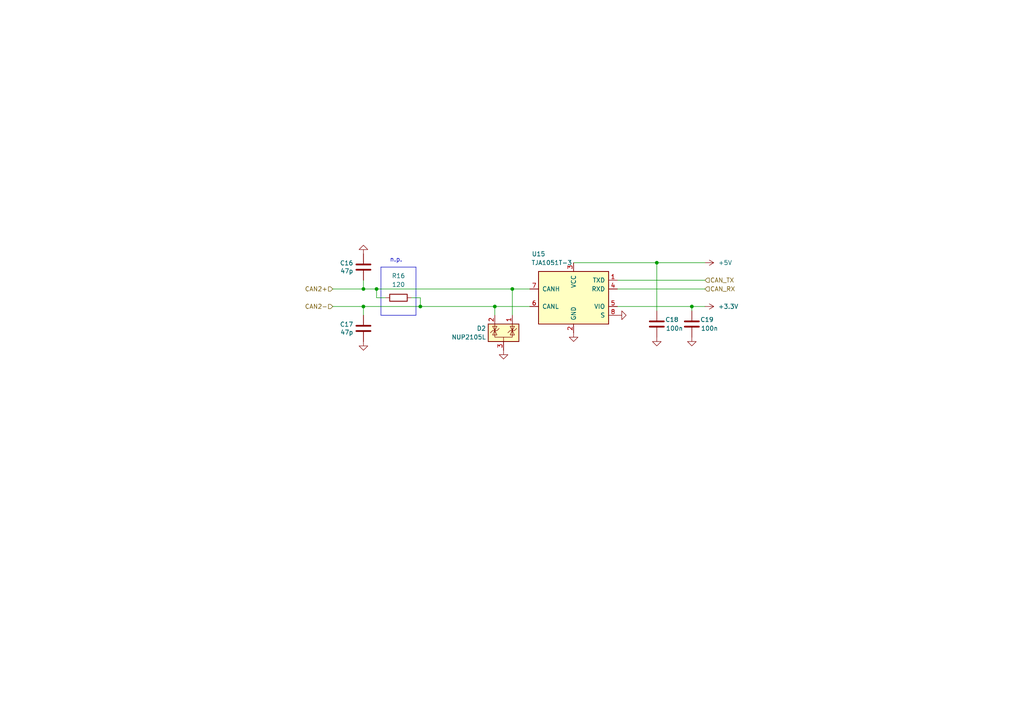
<source format=kicad_sch>
(kicad_sch (version 20230121) (generator eeschema)
  (paper "A4")
  (title_block (title "Polygonus Universal 88p") (date "2023-11-12") (rev "v1.0") (company "FutureProofPerformance.com"))
  (lib_symbols
    (symbol "Device:C" (pin_numbers hide) (pin_names (offset 0.254))
      (property "Reference" "C" (at 0.635 2.54 0))
      (property "Value" "C" (at 0.635 -2.54 0))
      (symbol "C_0_1"
        (polyline (pts (xy -2.032 -0.762) (xy 2.032 -0.762)) (stroke (width 0.508)))
        (polyline (pts (xy -2.032 0.762) (xy 2.032 0.762)) (stroke (width 0.508)))
      )
      (symbol "C_1_1"
        (pin passive line (at 0 3.81 270) (length 2.794) (name "~") (number "1"))
        (pin passive line (at 0 -3.81 90) (length 2.794) (name "~") (number "2"))
      )
    )
    (symbol "Device:R" (pin_numbers hide) (pin_names (offset 0))
      (property "Reference" "R" (at 2.032 0 90))
      (property "Value" "R" (at 0 0 90))
      (symbol "R_0_1"
        (rectangle (start -1.016 -2.54) (end 1.016 2.54) (stroke (width 0.254)))
      )
      (symbol "R_1_1"
        (pin passive line (at 0 3.81 270) (length 1.27) (name "~") (number "1"))
        (pin passive line (at 0 -3.81 90) (length 1.27) (name "~") (number "2"))
      )
    )
    (symbol "GND_1" (power) (pin_names (offset 0))
      (property "Value" "GND_1" (at 0 -3.81 0))
      (symbol "GND_1_0_1"
        (polyline (pts (xy 0 0) (xy 0 -1.27) (xy 1.27 -1.27) (xy 0 -2.54) (xy -1.27 -1.27) (xy 0 -1.27)))
      )
      (symbol "GND_1_1_1"
        (pin power_in line (at 0 0 270) (length 0) hide (name "GND") (number "1"))
      )
    )
    (symbol "Interface_CAN_LIN:TJA1051T-3" (pin_names (offset 1.016))
      (property "Reference" "U" (at -10.16 8.89 0))
      (property "Value" "TJA1051T-3" (at 1.27 8.89 0))
      (symbol "TJA1051T-3_0_1"
        (rectangle (start -10.16 7.62) (end 10.16 -7.62) (stroke (width 0.254)) (fill (type background)))
      )
      (symbol "TJA1051T-3_1_1"
        (pin input line (at -12.7 5.08 0) (length 2.54) (name "TXD") (number "1"))
        (pin power_in line (at 0 -10.16 90) (length 2.54) (name "GND") (number "2"))
        (pin power_in line (at 0 10.16 270) (length 2.54) (name "VCC") (number "3"))
        (pin output line (at -12.7 2.54 0) (length 2.54) (name "RXD") (number "4"))
        (pin power_in line (at -12.7 -2.54 0) (length 2.54) (name "VIO") (number "5"))
        (pin bidirectional line (at 12.7 -2.54 180) (length 2.54) (name "CANL") (number "6"))
        (pin bidirectional line (at 12.7 2.54 180) (length 2.54) (name "CANH") (number "7"))
        (pin input line (at -12.7 -5.08 0) (length 2.54) (name "S") (number "8"))
      )
    )
    (symbol "Power_Protection:NUP2105L" (pin_names hide)
      (property "Reference" "D" (at 5.715 2.54 0))
      (property "Value" "NUP2105L" (at 5.715 0.635 0))
      (symbol "NUP2105L_0_0"
        (pin passive line (at 0 -5.08 90) (length 2.54) (name "A") (number "3"))
      )
      (symbol "NUP2105L_0_1"
        (rectangle (start -4.445 2.54) (end 4.445 -2.54) (stroke (width 0.254)) (fill (type background)))
        (polyline (pts (xy -2.54 2.54) (xy -2.54 0.635)))
        (polyline (pts (xy 0 -1.27) (xy 0 -2.54)))
        (polyline (pts (xy 2.54 2.54) (xy 2.54 0.635)))
        (polyline (pts (xy -3.81 1.27) (xy -3.175 0.635) (xy -1.905 0.635) (xy -1.27 0)))
        (polyline (pts (xy -2.54 0.635) (xy -2.54 -1.27) (xy 2.54 -1.27) (xy 2.54 0.635)))
        (polyline (pts (xy -2.54 0.635) (xy -1.905 -0.635) (xy -3.175 -0.635) (xy -2.54 0.635)))
        (polyline (pts (xy 2.54 0.635) (xy 1.905 -0.635) (xy 3.175 -0.635) (xy 2.54 0.635)))
        (polyline (pts (xy 2.54 0.635) (xy 3.175 1.905) (xy 1.905 1.905) (xy 2.54 0.635)))
        (polyline (pts (xy -2.54 0.635) (xy -3.175 1.905) (xy -1.905 1.905) (xy -2.54 0.635) (xy -2.54 1.27)))
        (polyline (pts (xy 1.27 1.27) (xy 1.905 0.635) (xy 2.54 0.635) (xy 3.175 0.635) (xy 3.81 0)))
      )
      (symbol "NUP2105L_1_1"
        (pin passive line (at -2.54 5.08 270) (length 2.54) (name "K") (number "1"))
        (pin passive line (at 2.54 5.08 270) (length 2.54) (name "K") (number "2"))
      )
    )
    (symbol "power:+3.3V" (power) (pin_names (offset 0))
      (property "Value" "+3.3V" (at 0 3.556 0))
      (symbol "+3.3V_0_1"
        (polyline (pts (xy -0.762 1.27) (xy 0 2.54)))
        (polyline (pts (xy 0 0) (xy 0 2.54)))
        (polyline (pts (xy 0 2.54) (xy 0.762 1.27)))
      )
      (symbol "+3.3V_1_1"
        (pin power_in line (at 0 0 90) (length 0) hide (name "+3.3V") (number "1"))
      )
    )
    (symbol "power:+5V" (power) (pin_names (offset 0))
      (property "Value" "+5V" (at 0 3.556 0))
      (symbol "+5V_0_1"
        (polyline (pts (xy -0.762 1.27) (xy 0 2.54)))
        (polyline (pts (xy 0 0) (xy 0 2.54)))
        (polyline (pts (xy 0 2.54) (xy 0.762 1.27)))
      )
      (symbol "+5V_1_1"
        (pin power_in line (at 0 0 90) (length 0) hide (name "+5V") (number "1"))
      )
    )
  )
  (junction (at 148.59 83.82))
  (junction (at 200.66 88.9))
  (junction (at 143.51 88.9))
  (junction (at 105.41 88.9))
  (junction (at 190.5 76.2))
  (junction (at 105.41 83.82))
  (junction (at 121.92 88.9))
  (junction (at 109.22 83.82))
  (wire (pts (xy 190.5 76.2) (xy 190.5 90.17)))
  (wire (pts (xy 143.51 88.9) (xy 143.51 91.44)))
  (wire (pts (xy 200.66 88.9) (xy 200.66 90.17)))
  (wire (pts (xy 179.07 83.82) (xy 204.47 83.82)))
  (wire (pts (xy 204.47 81.28) (xy 179.07 81.28)))
  (wire (pts (xy 96.52 83.82) (xy 105.41 83.82)))
  (wire (pts (xy 109.22 83.82) (xy 109.22 86.36)))
  (polyline (pts (xy 110.49 91.44) (xy 120.65 91.44)))
  (wire (pts (xy 121.92 88.9) (xy 143.51 88.9)))
  (wire (pts (xy 121.92 86.36) (xy 121.92 88.9)))
  (wire (pts (xy 148.59 83.82) (xy 153.67 83.82)))
  (wire (pts (xy 105.41 88.9) (xy 105.41 91.44)))
  (wire (pts (xy 190.5 76.2) (xy 166.37 76.2)))
  (wire (pts (xy 105.41 83.82) (xy 109.22 83.82)))
  (wire (pts (xy 96.52 88.9) (xy 105.41 88.9)))
  (wire (pts (xy 179.07 88.9) (xy 200.66 88.9)))
  (wire (pts (xy 200.66 88.9) (xy 204.47 88.9)))
  (polyline (pts (xy 110.49 77.47) (xy 120.65 77.47)))
  (wire (pts (xy 204.47 76.2) (xy 190.5 76.2)))
  (wire (pts (xy 109.22 83.82) (xy 148.59 83.82)))
  (wire (pts (xy 119.38 86.36) (xy 121.92 86.36)))
  (polyline (pts (xy 120.65 91.44) (xy 120.65 77.47)))
  (polyline (pts (xy 110.49 77.47) (xy 110.49 91.44)))
  (wire (pts (xy 148.59 83.82) (xy 148.59 91.44)))
  (wire (pts (xy 105.41 81.28) (xy 105.41 83.82)))
  (wire (pts (xy 111.76 86.36) (xy 109.22 86.36)))
  (wire (pts (xy 143.51 88.9) (xy 153.67 88.9)))
  (wire (pts (xy 105.41 88.9) (xy 121.92 88.9)))
  (text "n.p." (at 113.03 76.2 0) (effects (font (size 1.27 1.27)) (justify left bottom)))
  (hierarchical_label "CAN_RX" (shape input) (at 204.47 83.82 0))
  (hierarchical_label "CAN2-" (shape input) (at 96.52 88.9 180))
  (hierarchical_label "CAN2+" (shape input) (at 96.52 83.82 180))
  (hierarchical_label "CAN_TX" (shape input) (at 204.47 81.28 0))
  (symbol (lib_name "GND_1") (lib_id "power:GND") (at 105.41 73.66 180) (unit 1)
    (property "Reference" "#PWR070" (effects hide))
    (property "Value" "GND" (effects hide))
    (instances (project "Polygonus-Universal-Base" (path "" (reference "#PWR070") (unit 1)) (path "" (reference "#PWR088") (unit 1)) (path "" (reference "#PWR089") (unit 1))))
  )
  (symbol (lib_name "GND_1") (lib_id "power:GND") (at 179.07 91.44 90) (unit 1)
    (property "Reference" "#PWR070" (effects hide))
    (property "Value" "GND" (effects hide))
    (instances (project "Polygonus-Universal-Base" (path "" (reference "#PWR070") (unit 1)) (path "" (reference "#PWR090") (unit 1)) (path "" (reference "#PWR091") (unit 1))))
  )
  (symbol (lib_name "GND_1") (lib_id "power:GND") (at 200.66 97.79 0) (unit 1)
    (property "Reference" "#PWR070" (effects hide))
    (property "Value" "GND" (effects hide))
    (instances (project "Polygonus-Universal-Base" (path "" (reference "#PWR070") (unit 1)) (path "" (reference "#PWR078") (unit 1)) (path "" (reference "#PWR079") (unit 1))))
  )
  (symbol (lib_id "Power_Protection:NUP2105L") (at 146.05 96.52 0) (mirror y) (unit 1)
    (property "Reference" "D2" (at 140.97 95.25 0) (effects (justify left)))
    (property "Value" "NUP2105L" (at 140.97 97.79 0) (effects (justify left)))
    (property "Footprint" "Package_TO_SOT_SMD:SOT-23" (effects hide))
    (property "Datasheet" "http://www.onsemi.com/pub_link/Collateral/NUP2105L-D.PDF" (effects hide))
    (property "LCSC" "C284104" (effects hide))
    (instances (project "Polygonus-Universal-Base" (path "" (reference "D2") (unit 1)) (path "" (reference "D1") (unit 1))))
  )
  (symbol (lib_name "GND_1") (lib_id "power:GND") (at 146.05 101.6 0) (unit 1)
    (property "Reference" "#PWR070" (effects hide))
    (property "Value" "GND" (effects hide))
    (instances (project "Polygonus-Universal-Base" (path "" (reference "#PWR070") (unit 1)) (path "" (reference "#PWR084") (unit 1)) (path "" (reference "#PWR085") (unit 1))))
  )
  (symbol (lib_name "GND_1") (lib_id "power:GND") (at 190.5 97.79 0) (unit 1)
    (property "Reference" "#PWR070" (effects hide))
    (property "Value" "GND" (effects hide))
    (instances (project "Polygonus-Universal-Base" (path "" (reference "#PWR070") (unit 1)) (path "" (reference "#PWR080") (unit 1)) (path "" (reference "#PWR081") (unit 1))))
  )
  (symbol (lib_id "Device:C") (at 105.41 77.47 0) (mirror y) (unit 1)
    (property "Reference" "C16" (at 102.489 76.3016 0) (effects (justify left)))
    (property "Value" "47p" (at 102.489 78.613 0) (effects (justify left)))
    (property "Footprint" "Capacitor_SMD:C_0805_2012Metric" (effects hide))
    (property "LCSC" "C14857" (effects hide))
    (instances (project "Polygonus-Universal-Base" (path "" (reference "C16") (unit 1)) (path "" (reference "C12") (unit 1))))
  )
  (symbol (lib_id "Device:C") (at 105.41 95.25 0) (mirror y) (unit 1)
    (property "Reference" "C17" (at 102.489 94.0816 0) (effects (justify left)))
    (property "Value" "47p" (at 102.489 96.393 0) (effects (justify left)))
    (property "Footprint" "Capacitor_SMD:C_0805_2012Metric" (effects hide))
    (property "LCSC" "C14857" (effects hide))
    (instances (project "Polygonus-Universal-Base" (path "" (reference "C17") (unit 1)) (path "" (reference "C13") (unit 1))))
  )
  (symbol (lib_id "Device:C") (at 190.5 93.98 0) (mirror y) (unit 1)
    (property "Reference" "C18" (at 196.85 92.71 0) (effects (justify left)))
    (property "Value" "100n" (at 198.12 95.25 0) (effects (justify left)))
    (property "Footprint" "Capacitor_SMD:C_0805_2012Metric" (effects hide))
    (property "LCSC" "C49678" (effects hide))
    (instances (project "Polygonus-Universal-Base" (path "" (reference "C18") (unit 1)) (path "" (reference "C14") (unit 1))))
  )
  (symbol (lib_id "power:+3.3V") (at 204.47 88.9 270) (unit 1)
    (property "Reference" "#PWR066" (effects hide))
    (property "Value" "+3.3V" (at 208.28 88.9 90) (effects (justify left)))
    (instances (project "Polygonus-Universal-Base" (path "" (reference "#PWR066") (unit 1)) (path "" (reference "#PWR065") (unit 1))))
  )
  (symbol (lib_name "GND_1") (lib_id "power:GND") (at 105.41 99.06 0) (unit 1)
    (property "Reference" "#PWR070" (effects hide))
    (property "Value" "GND" (effects hide))
    (instances (project "Polygonus-Universal-Base" (path "" (reference "#PWR070") (unit 1)) (path "" (reference "#PWR086") (unit 1)) (path "" (reference "#PWR087") (unit 1))))
  )
  (symbol (lib_id "power:+5V") (at 204.47 76.2 270) (unit 1)
    (property "Reference" "#PWR064" (effects hide))
    (property "Value" "+5V" (at 208.28 76.2 90) (effects (justify left)))
    (instances (project "Polygonus-Universal-Base" (path "" (reference "#PWR064") (unit 1)) (path "" (reference "#PWR063") (unit 1))))
  )
  (symbol (lib_id "Device:C") (at 200.66 93.98 0) (mirror y) (unit 1)
    (property "Reference" "C19" (at 207.01 92.71 0) (effects (justify left)))
    (property "Value" "100n" (at 208.28 95.25 0) (effects (justify left)))
    (property "Footprint" "Capacitor_SMD:C_0805_2012Metric" (effects hide))
    (property "LCSC" "C49678" (effects hide))
    (instances (project "Polygonus-Universal-Base" (path "" (reference "C19") (unit 1)) (path "" (reference "C15") (unit 1))))
  )
  (symbol (lib_id "Interface_CAN_LIN:TJA1051T-3") (at 166.37 86.36 0) (mirror y) (unit 1)
    (property "Reference" "U15" (at 156.21 73.66 0))
    (property "Value" "TJA1051T-3" (at 160.02 76.2 0))
    (property "Footprint" "Package_SO:SOIC-8_3.9x4.9mm_P1.27mm" (effects hide))
    (property "Datasheet" "http://www.nxp.com/documents/data_sheet/TJA1051.pdf" (effects hide))
    (property "LCSC" "C38695" (effects hide))
    (instances (project "Polygonus-Universal-Base" (path "" (reference "U15") (unit 1)) (path "" (reference "U13") (unit 1))))
  )
  (symbol (lib_name "GND_1") (lib_id "power:GND") (at 166.37 96.52 0) (unit 1)
    (property "Reference" "#PWR070" (effects hide))
    (property "Value" "GND" (effects hide))
    (instances (project "Polygonus-Universal-Base" (path "" (reference "#PWR070") (unit 1)) (path "" (reference "#PWR082") (unit 1)) (path "" (reference "#PWR083") (unit 1))))
  )
  (symbol (lib_id "Device:R") (at 115.57 86.36 90) (mirror x) (unit 1) (in_bom no)
    (property "Reference" "R16" (at 115.57 80.01 90))
    (property "Value" "120" (at 115.57 82.55 90))
    (property "Footprint" "Resistor_SMD:R_1206_3216Metric" (effects hide))
    (property "LCSC" "C176250" (effects hide))
    (instances (project "Polygonus-Universal-Base" (path "" (reference "R16") (unit 1)) (path "" (reference "R15") (unit 1))))
  )
)
</source>
